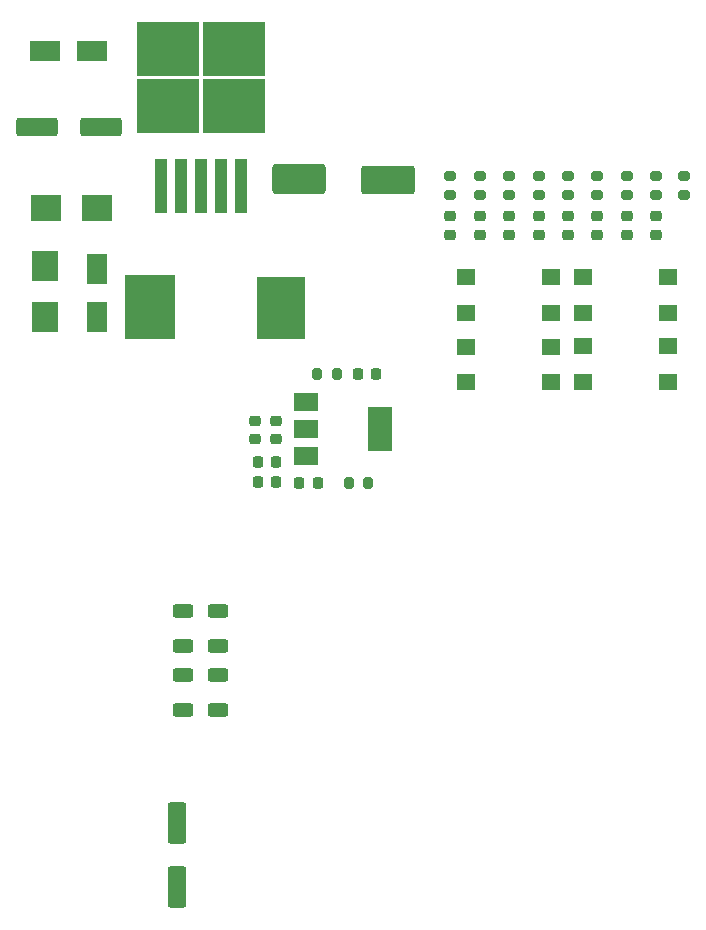
<source format=gbr>
%TF.GenerationSoftware,KiCad,Pcbnew,6.0.11-2627ca5db0~126~ubuntu22.04.1*%
%TF.CreationDate,2023-02-21T15:55:07+05:30*%
%TF.ProjectId,sra_dev_board_2023,7372615f-6465-4765-9f62-6f6172645f32,rev?*%
%TF.SameCoordinates,Original*%
%TF.FileFunction,Paste,Top*%
%TF.FilePolarity,Positive*%
%FSLAX46Y46*%
G04 Gerber Fmt 4.6, Leading zero omitted, Abs format (unit mm)*
G04 Created by KiCad (PCBNEW 6.0.11-2627ca5db0~126~ubuntu22.04.1) date 2023-02-21 15:55:07*
%MOMM*%
%LPD*%
G01*
G04 APERTURE LIST*
G04 Aperture macros list*
%AMRoundRect*
0 Rectangle with rounded corners*
0 $1 Rounding radius*
0 $2 $3 $4 $5 $6 $7 $8 $9 X,Y pos of 4 corners*
0 Add a 4 corners polygon primitive as box body*
4,1,4,$2,$3,$4,$5,$6,$7,$8,$9,$2,$3,0*
0 Add four circle primitives for the rounded corners*
1,1,$1+$1,$2,$3*
1,1,$1+$1,$4,$5*
1,1,$1+$1,$6,$7*
1,1,$1+$1,$8,$9*
0 Add four rect primitives between the rounded corners*
20,1,$1+$1,$2,$3,$4,$5,0*
20,1,$1+$1,$4,$5,$6,$7,0*
20,1,$1+$1,$6,$7,$8,$9,0*
20,1,$1+$1,$8,$9,$2,$3,0*%
G04 Aperture macros list end*
%ADD10RoundRect,0.200000X0.275000X-0.200000X0.275000X0.200000X-0.275000X0.200000X-0.275000X-0.200000X0*%
%ADD11RoundRect,0.225000X0.250000X-0.225000X0.250000X0.225000X-0.250000X0.225000X-0.250000X-0.225000X0*%
%ADD12RoundRect,0.250000X-0.550000X1.500000X-0.550000X-1.500000X0.550000X-1.500000X0.550000X1.500000X0*%
%ADD13R,1.800000X2.500000*%
%ADD14RoundRect,0.218750X-0.256250X0.218750X-0.256250X-0.218750X0.256250X-0.218750X0.256250X0.218750X0*%
%ADD15R,2.300000X2.500000*%
%ADD16RoundRect,0.200000X-0.275000X0.200000X-0.275000X-0.200000X0.275000X-0.200000X0.275000X0.200000X0*%
%ADD17RoundRect,0.255000X-1.995000X-1.020000X1.995000X-1.020000X1.995000X1.020000X-1.995000X1.020000X0*%
%ADD18RoundRect,0.245000X-2.005000X-0.980000X2.005000X-0.980000X2.005000X0.980000X-2.005000X0.980000X0*%
%ADD19R,2.500000X2.300000*%
%ADD20R,1.600000X1.400000*%
%ADD21RoundRect,0.218750X-0.218750X-0.256250X0.218750X-0.256250X0.218750X0.256250X-0.218750X0.256250X0*%
%ADD22RoundRect,0.200000X0.200000X0.275000X-0.200000X0.275000X-0.200000X-0.275000X0.200000X-0.275000X0*%
%ADD23RoundRect,0.250000X0.625000X-0.312500X0.625000X0.312500X-0.625000X0.312500X-0.625000X-0.312500X0*%
%ADD24RoundRect,0.200000X-0.200000X-0.275000X0.200000X-0.275000X0.200000X0.275000X-0.200000X0.275000X0*%
%ADD25RoundRect,0.250000X1.500000X0.550000X-1.500000X0.550000X-1.500000X-0.550000X1.500000X-0.550000X0*%
%ADD26R,2.500000X1.800000*%
%ADD27R,4.194800X5.405100*%
%ADD28R,4.094800X5.305100*%
%ADD29RoundRect,0.225000X0.225000X0.250000X-0.225000X0.250000X-0.225000X-0.250000X0.225000X-0.250000X0*%
%ADD30R,2.000000X1.500000*%
%ADD31R,2.000000X3.800000*%
%ADD32R,5.250000X4.550000*%
%ADD33R,1.100000X4.600000*%
%ADD34RoundRect,0.218750X0.218750X0.256250X-0.218750X0.256250X-0.218750X-0.256250X0.218750X-0.256250X0*%
G04 APERTURE END LIST*
D10*
%TO.C,R7*%
X132680000Y-45896250D03*
X132680000Y-44246250D03*
%TD*%
%TO.C,R1*%
X117720000Y-45912500D03*
X117720000Y-44262500D03*
%TD*%
D11*
%TO.C,C5*%
X102975000Y-66575000D03*
X102975000Y-65025000D03*
%TD*%
D12*
%TO.C,C7*%
X94600000Y-99100000D03*
X94600000Y-104500000D03*
%TD*%
D13*
%TO.C,D13*%
X87800000Y-52200000D03*
X87800000Y-56200000D03*
%TD*%
D14*
%TO.C,D2*%
X120250000Y-47683750D03*
X120250000Y-49258750D03*
%TD*%
D15*
%TO.C,D9*%
X83400000Y-56230000D03*
X83400000Y-51930000D03*
%TD*%
D14*
%TO.C,D4*%
X125220000Y-47692500D03*
X125220000Y-49267500D03*
%TD*%
D16*
%TO.C,R15*%
X137500000Y-44275000D03*
X137500000Y-45925000D03*
%TD*%
D17*
%TO.C,C2*%
X104952500Y-44575000D03*
D18*
X112452500Y-44625000D03*
%TD*%
D19*
%TO.C,D14*%
X87850000Y-47000000D03*
X83550000Y-47000000D03*
%TD*%
D10*
%TO.C,R6*%
X130180000Y-45896250D03*
X130180000Y-44246250D03*
%TD*%
D20*
%TO.C,SW2*%
X126270000Y-58740000D03*
X119070000Y-58740000D03*
X126270000Y-61740000D03*
X119070000Y-61740000D03*
%TD*%
D10*
%TO.C,R4*%
X125220000Y-45905000D03*
X125220000Y-44255000D03*
%TD*%
D14*
%TO.C,D6*%
X130180000Y-47683750D03*
X130180000Y-49258750D03*
%TD*%
%TO.C,D1*%
X117740000Y-47700000D03*
X117740000Y-49275000D03*
%TD*%
D10*
%TO.C,R2*%
X120250000Y-45896250D03*
X120250000Y-44246250D03*
%TD*%
D14*
%TO.C,D7*%
X132680000Y-47683750D03*
X132680000Y-49258750D03*
%TD*%
D21*
%TO.C,D11*%
X109925000Y-61090000D03*
X111500000Y-61090000D03*
%TD*%
D10*
%TO.C,R3*%
X122730000Y-45896250D03*
X122730000Y-44246250D03*
%TD*%
%TO.C,R8*%
X135190000Y-45896250D03*
X135190000Y-44246250D03*
%TD*%
D20*
%TO.C,SW4*%
X136203500Y-52850000D03*
X129003500Y-52850000D03*
X136203500Y-55850000D03*
X129003500Y-55850000D03*
%TD*%
D14*
%TO.C,D3*%
X122730000Y-47683750D03*
X122730000Y-49258750D03*
%TD*%
D22*
%TO.C,R10*%
X108135000Y-61090000D03*
X106485000Y-61090000D03*
%TD*%
D23*
%TO.C,R14*%
X95100000Y-89492500D03*
X95100000Y-86567500D03*
%TD*%
D14*
%TO.C,D8*%
X135190000Y-47683750D03*
X135190000Y-49258750D03*
%TD*%
D20*
%TO.C,SW1*%
X126274490Y-52860000D03*
X119074490Y-52860000D03*
X126274490Y-55860000D03*
X119074490Y-55860000D03*
%TD*%
D23*
%TO.C,R12*%
X95080000Y-84062500D03*
X95080000Y-81137500D03*
%TD*%
D11*
%TO.C,C4*%
X101200000Y-66575000D03*
X101200000Y-65025000D03*
%TD*%
D24*
%TO.C,R9*%
X109175000Y-70290000D03*
X110825000Y-70290000D03*
%TD*%
D25*
%TO.C,C1*%
X88200000Y-40100000D03*
X82800000Y-40100000D03*
%TD*%
D23*
%TO.C,R11*%
X98070000Y-84052500D03*
X98070000Y-81127500D03*
%TD*%
D26*
%TO.C,D12*%
X87400000Y-33700000D03*
X83400000Y-33700000D03*
%TD*%
D20*
%TO.C,SW3*%
X136200000Y-58720000D03*
X129000000Y-58720000D03*
X136200000Y-61720000D03*
X129000000Y-61720000D03*
%TD*%
D14*
%TO.C,D5*%
X127700000Y-47683750D03*
X127700000Y-49258750D03*
%TD*%
D27*
%TO.C,L1*%
X92288135Y-55382550D03*
D28*
X103443335Y-55432550D03*
%TD*%
D29*
%TO.C,C6*%
X103000000Y-68500000D03*
X101450000Y-68500000D03*
%TD*%
%TO.C,C3*%
X103000000Y-70200000D03*
X101450000Y-70200000D03*
%TD*%
D30*
%TO.C,U2*%
X105500000Y-63380000D03*
X105500000Y-65680000D03*
D31*
X111800000Y-65680000D03*
D30*
X105500000Y-67980000D03*
%TD*%
D23*
%TO.C,R13*%
X98100000Y-89502500D03*
X98100000Y-86577500D03*
%TD*%
D32*
%TO.C,U5*%
X99435000Y-33540000D03*
X93885000Y-38390000D03*
X93885000Y-33540000D03*
X99435000Y-38390000D03*
D33*
X93260000Y-45115000D03*
X94960000Y-45115000D03*
X96660000Y-45115000D03*
X98360000Y-45115000D03*
X100060000Y-45115000D03*
%TD*%
D10*
%TO.C,R5*%
X127700000Y-45896250D03*
X127700000Y-44246250D03*
%TD*%
D34*
%TO.C,D10*%
X106537500Y-70290000D03*
X104962500Y-70290000D03*
%TD*%
M02*

</source>
